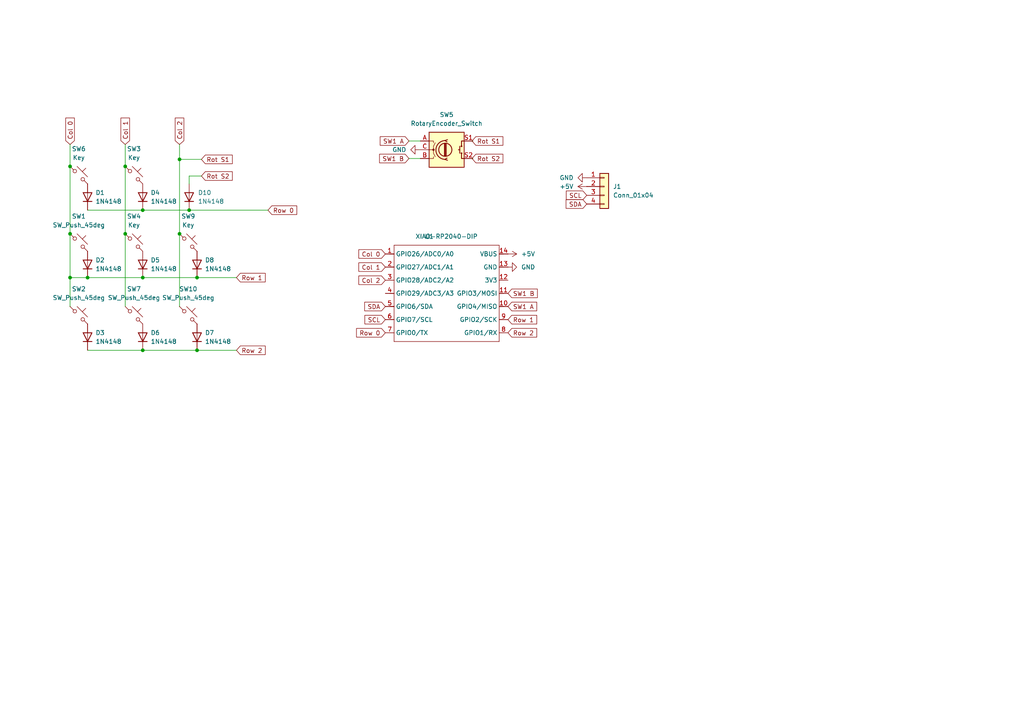
<source format=kicad_sch>
(kicad_sch (version 20250114) (generator "eeschema") (generator_version "9.0")
  (paper "A4")
  (lib_symbols
    (symbol "Connector_Generic:Conn_01x04" (pin_names (offset 1.016) (hide yes))
      (property "Reference" "J" (at 0 5.08 0))
      (property "Value" "Conn_01x04" (at 0 -7.62 0))
      (symbol "Conn_01x04_1_1"
        (rectangle (start -1.27 3.81) (end 1.27 -6.35) (stroke (width 0.254)) (fill (type background)))
        (rectangle (start -1.27 2.667) (end 0 2.413) (stroke (width 0.1524)))
        (rectangle (start -1.27 0.127) (end 0 -0.127) (stroke (width 0.1524)))
        (rectangle (start -1.27 -2.413) (end 0 -2.667) (stroke (width 0.1524)))
        (rectangle (start -1.27 -4.953) (end 0 -5.207) (stroke (width 0.1524)))
        (pin passive line (at -5.08 2.54 0) (length 3.81) (name "Pin_1") (number "1"))
        (pin passive line (at -5.08 0 0) (length 3.81) (name "Pin_2") (number "2"))
        (pin passive line (at -5.08 -2.54 0) (length 3.81) (name "Pin_3") (number "3"))
        (pin passive line (at -5.08 -5.08 0) (length 3.81) (name "Pin_4") (number "4"))
      )
    )
    (symbol "Device:RotaryEncoder_Switch" (pin_names (offset 0.254) (hide yes))
      (property "Reference" "SW" (at 0 6.604 0))
      (property "Value" "RotaryEncoder_Switch" (at 0 -6.604 0))
      (symbol "RotaryEncoder_Switch_0_1"
        (rectangle (start -5.08 5.08) (end 5.08 -5.08) (stroke (width 0.254)) (fill (type background)))
        (polyline (pts (xy -5.08 2.54) (xy -3.81 2.54) (xy -3.81 2.032)))
        (polyline (pts (xy -5.08 0) (xy -3.81 0) (xy -3.81 -1.016) (xy -3.302 -2.032)))
        (polyline (pts (xy -5.08 -2.54) (xy -3.81 -2.54) (xy -3.81 -2.032)))
        (polyline (pts (xy -4.318 0) (xy -3.81 0) (xy -3.81 1.016) (xy -3.302 2.032)))
        (circle (center -3.81 0) (radius 0.254) (fill (type outline)))
        (polyline (pts (xy -0.635 -1.778) (xy -0.635 1.778)) (stroke (width 0.254)))
        (circle (center -0.381 0) (radius 1.905) (stroke (width 0.254)))
        (polyline (pts (xy -0.381 -1.778) (xy -0.381 1.778)) (stroke (width 0.254)))
        (arc (start -0.381 -2.794) (mid -3.0988 -0.0635) (end -0.381 2.667) (stroke (width 0.254)))
        (polyline (pts (xy -0.127 1.778) (xy -0.127 -1.778)) (stroke (width 0.254)))
        (polyline (pts (xy 0.254 2.921) (xy -0.508 2.667) (xy 0.127 2.286)) (stroke (width 0.254)))
        (polyline (pts (xy 0.254 -3.048) (xy -0.508 -2.794) (xy 0.127 -2.413)) (stroke (width 0.254)))
        (polyline (pts (xy 3.81 1.016) (xy 3.81 -1.016)) (stroke (width 0.254)))
        (polyline (pts (xy 3.81 0) (xy 3.429 0)) (stroke (width 0.254)))
        (circle (center 4.318 1.016) (radius 0.127) (stroke (width 0.254)))
        (circle (center 4.318 -1.016) (radius 0.127) (stroke (width 0.254)))
        (polyline (pts (xy 5.08 2.54) (xy 4.318 2.54) (xy 4.318 1.016)) (stroke (width 0.254)))
        (polyline (pts (xy 5.08 -2.54) (xy 4.318 -2.54) (xy 4.318 -1.016)) (stroke (width 0.254)))
      )
      (symbol "RotaryEncoder_Switch_1_1"
        (pin passive line (at -7.62 2.54 0) (length 2.54) (name "A") (number "A"))
        (pin passive line (at -7.62 0 0) (length 2.54) (name "C") (number "C"))
        (pin passive line (at -7.62 -2.54 0) (length 2.54) (name "B") (number "B"))
        (pin passive line (at 7.62 2.54 180) (length 2.54) (name "S1") (number "S1"))
        (pin passive line (at 7.62 -2.54 180) (length 2.54) (name "S2") (number "S2"))
      )
    )
    (symbol "Diode:1N4148" (pin_numbers (hide yes)) (pin_names (hide yes))
      (property "Reference" "D" (at 0 2.54 0))
      (property "Value" "1N4148" (at 0 -2.54 0))
      (symbol "1N4148_0_1"
        (polyline (pts (xy -1.27 1.27) (xy -1.27 -1.27)) (stroke (width 0.254)))
        (polyline (pts (xy 1.27 1.27) (xy 1.27 -1.27) (xy -1.27 0) (xy 1.27 1.27)) (stroke (width 0.254)))
        (polyline (pts (xy 1.27 0) (xy -1.27 0)))
      )
      (symbol "1N4148_1_1"
        (pin passive line (at -3.81 0 0) (length 2.54) (name "K") (number "1"))
        (pin passive line (at 3.81 0 180) (length 2.54) (name "A") (number "2"))
      )
    )
    (symbol "OPL:XIAO-RP2040-DIP"
      (property "Reference" "U" (at 0 0 0))
      (property "Value" "XIAO-RP2040-DIP" (at 5.334 -1.778 0))
      (symbol "XIAO-RP2040-DIP_1_0"
        (polyline (pts (xy -1.27 -2.54) (xy 29.21 -2.54)) (stroke (width 0.1524)))
        (polyline (pts (xy -1.27 -5.08) (xy -2.54 -5.08)) (stroke (width 0.1524)))
        (polyline (pts (xy -1.27 -5.08) (xy -1.27 -2.54)) (stroke (width 0.1524)))
        (polyline (pts (xy -1.27 -8.89) (xy -2.54 -8.89)) (stroke (width 0.1524)))
        (polyline (pts (xy -1.27 -8.89) (xy -1.27 -5.08)) (stroke (width 0.1524)))
        (polyline (pts (xy -1.27 -12.7) (xy -2.54 -12.7)) (stroke (width 0.1524)))
        (polyline (pts (xy -1.27 -12.7) (xy -1.27 -8.89)) (stroke (width 0.1524)))
        (polyline (pts (xy -1.27 -16.51) (xy -2.54 -16.51)) (stroke (width 0.1524)))
        (polyline (pts (xy -1.27 -16.51) (xy -1.27 -12.7)) (stroke (width 0.1524)))
        (polyline (pts (xy -1.27 -20.32) (xy -2.54 -20.32)) (stroke (width 0.1524)))
        (polyline (pts (xy -1.27 -24.13) (xy -2.54 -24.13)) (stroke (width 0.1524)))
        (polyline (pts (xy -1.27 -27.94) (xy -2.54 -27.94)) (stroke (width 0.1524)))
        (polyline (pts (xy -1.27 -30.48) (xy -1.27 -16.51)) (stroke (width 0.1524)))
        (polyline (pts (xy 29.21 -2.54) (xy 29.21 -5.08)) (stroke (width 0.1524)))
        (polyline (pts (xy 29.21 -5.08) (xy 29.21 -8.89)) (stroke (width 0.1524)))
        (polyline (pts (xy 29.21 -8.89) (xy 29.21 -12.7)) (stroke (width 0.1524)))
        (polyline (pts (xy 29.21 -12.7) (xy 29.21 -30.48)) (stroke (width 0.1524)))
        (polyline (pts (xy 29.21 -30.48) (xy -1.27 -30.48)) (stroke (width 0.1524)))
        (polyline (pts (xy 30.48 -5.08) (xy 29.21 -5.08)) (stroke (width 0.1524)))
        (polyline (pts (xy 30.48 -8.89) (xy 29.21 -8.89)) (stroke (width 0.1524)))
        (polyline (pts (xy 30.48 -12.7) (xy 29.21 -12.7)) (stroke (width 0.1524)))
        (polyline (pts (xy 30.48 -16.51) (xy 29.21 -16.51)) (stroke (width 0.1524)))
        (polyline (pts (xy 30.48 -20.32) (xy 29.21 -20.32)) (stroke (width 0.1524)))
        (polyline (pts (xy 30.48 -24.13) (xy 29.21 -24.13)) (stroke (width 0.1524)))
        (polyline (pts (xy 30.48 -27.94) (xy 29.21 -27.94)) (stroke (width 0.1524)))
        (pin passive line (at -3.81 -5.08 0) (length 2.54) (name "GPIO26/ADC0/A0") (number "1"))
        (pin passive line (at -3.81 -8.89 0) (length 2.54) (name "GPIO27/ADC1/A1") (number "2"))
        (pin passive line (at -3.81 -12.7 0) (length 2.54) (name "GPIO28/ADC2/A2") (number "3"))
        (pin passive line (at -3.81 -16.51 0) (length 2.54) (name "GPIO29/ADC3/A3") (number "4"))
        (pin passive line (at -3.81 -20.32 0) (length 2.54) (name "GPIO6/SDA") (number "5"))
        (pin passive line (at -3.81 -24.13 0) (length 2.54) (name "GPIO7/SCL") (number "6"))
        (pin passive line (at -3.81 -27.94 0) (length 2.54) (name "GPIO0/TX") (number "7"))
        (pin passive line (at 31.75 -5.08 180) (length 2.54) (name "VBUS") (number "14"))
        (pin passive line (at 31.75 -8.89 180) (length 2.54) (name "GND") (number "13"))
        (pin passive line (at 31.75 -12.7 180) (length 2.54) (name "3V3") (number "12"))
        (pin passive line (at 31.75 -16.51 180) (length 2.54) (name "GPIO3/MOSI") (number "11"))
        (pin passive line (at 31.75 -20.32 180) (length 2.54) (name "GPIO4/MISO") (number "10"))
        (pin passive line (at 31.75 -24.13 180) (length 2.54) (name "GPIO2/SCK") (number "9"))
        (pin passive line (at 31.75 -27.94 180) (length 2.54) (name "GPIO1/RX") (number "8"))
      )
    )
    (symbol "Switch:SW_Push_45deg" (pin_numbers (hide yes)) (pin_names (offset 1.016) (hide yes))
      (property "Reference" "SW" (at 3.048 1.016 0))
      (property "Value" "SW_Push_45deg" (at 0 -3.81 0))
      (symbol "SW_Push_45deg_0_1"
        (polyline (pts (xy -2.54 2.54) (xy -1.524 1.524) (xy -1.524 1.524)))
        (circle (center -1.1684 1.1684) (radius 0.508))
        (polyline (pts (xy -0.508 2.54) (xy 2.54 -0.508)))
        (polyline (pts (xy 1.016 1.016) (xy 2.032 2.032)))
        (circle (center 1.143 -1.1938) (radius 0.508))
        (polyline (pts (xy 1.524 -1.524) (xy 2.54 -2.54) (xy 2.54 -2.54) (xy 2.54 -2.54)))
        (pin passive line (at -2.54 2.54 0) (length 0) (name "1") (number "1"))
        (pin passive line (at 2.54 -2.54 180) (length 0) (name "2") (number "2"))
      )
    )
    (symbol "power:+5V" (power) (pin_numbers (hide yes)) (pin_names (offset 0) (hide yes))
      (property "Value" "+5V" (at 0 3.556 0))
      (symbol "+5V_0_1"
        (polyline (pts (xy -0.762 1.27) (xy 0 2.54)))
        (polyline (pts (xy 0 2.54) (xy 0.762 1.27)))
        (polyline (pts (xy 0 0) (xy 0 2.54)))
      )
      (symbol "+5V_1_1"
        (pin power_in line (at 0 0 90) (length 0) (name "~") (number "1"))
      )
    )
    (symbol "power:GND" (power) (pin_numbers (hide yes)) (pin_names (offset 0) (hide yes))
      (property "Value" "GND" (at 0 -3.81 0))
      (symbol "GND_0_1"
        (polyline (pts (xy 0 0) (xy 0 -1.27) (xy 1.27 -1.27) (xy 0 -2.54) (xy -1.27 -1.27) (xy 0 -1.27)))
      )
      (symbol "GND_1_1"
        (pin power_in line (at 0 0 270) (length 0) (name "~") (number "1"))
      )
    )
  )
  (junction (at 36.322 67.818))
  (junction (at 57.15 80.518))
  (junction (at 25.4 80.518))
  (junction (at 57.15 101.6))
  (junction (at 36.322 48.26))
  (junction (at 41.402 60.96))
  (junction (at 20.32 48.26))
  (junction (at 20.32 67.818))
  (junction (at 54.864 60.96))
  (junction (at 41.402 101.6))
  (junction (at 20.32 80.518))
  (junction (at 52.07 46.228))
  (junction (at 41.402 80.518))
  (junction (at 52.07 67.818))
  (wire (pts (xy 20.32 80.518) (xy 25.4 80.518)))
  (wire (pts (xy 25.4 60.96) (xy 41.402 60.96)))
  (wire (pts (xy 41.402 80.518) (xy 57.15 80.518)))
  (wire (pts (xy 52.07 46.228) (xy 58.42 46.228)))
  (wire (pts (xy 121.92 43.434) (xy 121.666 43.434)))
  (wire (pts (xy 52.07 67.818) (xy 52.07 88.9)))
  (wire (pts (xy 25.4 101.6) (xy 41.402 101.6)))
  (wire (pts (xy 54.864 60.96) (xy 77.724 60.96)))
  (wire (pts (xy 25.4 80.518) (xy 41.402 80.518)))
  (wire (pts (xy 20.32 80.518) (xy 20.32 88.9)))
  (wire (pts (xy 20.32 67.818) (xy 20.32 80.518)))
  (wire (pts (xy 118.618 40.894) (xy 121.92 40.894)))
  (wire (pts (xy 41.402 101.6) (xy 57.15 101.6)))
  (wire (pts (xy 57.15 101.6) (xy 68.58 101.6)))
  (wire (pts (xy 137.16 40.894) (xy 136.906 40.894)))
  (wire (pts (xy 52.07 46.228) (xy 52.07 67.818)))
  (wire (pts (xy 20.32 41.91) (xy 20.32 48.26)))
  (wire (pts (xy 36.322 48.26) (xy 36.322 67.818)))
  (wire (pts (xy 36.322 67.818) (xy 36.322 88.9)))
  (wire (pts (xy 36.322 41.91) (xy 36.322 48.26)))
  (wire (pts (xy 58.42 51.054) (xy 54.864 51.054)))
  (wire (pts (xy 41.402 60.96) (xy 54.864 60.96)))
  (wire (pts (xy 20.32 48.26) (xy 20.32 67.818)))
  (wire (pts (xy 54.864 51.054) (xy 54.864 53.34)))
  (wire (pts (xy 52.07 41.91) (xy 52.07 46.228)))
  (wire (pts (xy 118.618 45.974) (xy 121.92 45.974)))
  (wire (pts (xy 57.15 80.518) (xy 68.58 80.518)))
  (wire (pts (xy 137.16 45.974) (xy 136.906 45.974)))
  (global_label "Row 2" (shape input) (at 68.58 101.6 0) (property "Intersheetrefs" "${INTERSHEET_REFS}" (effects (hide yes))))
  (global_label "Col 0" (shape input) (at 20.32 41.91 90) (property "Intersheetrefs" "${INTERSHEET_REFS}" (effects (hide yes))))
  (global_label "SW1 B" (shape input) (at 147.32 85.09 0) (property "Intersheetrefs" "${INTERSHEET_REFS}" (effects (hide yes))))
  (global_label "Rot S1" (shape input) (at 136.906 40.894 0) (property "Intersheetrefs" "${INTERSHEET_REFS}" (effects (hide yes))))
  (global_label "Rot S1" (shape input) (at 58.42 46.228 0) (property "Intersheetrefs" "${INTERSHEET_REFS}" (effects (hide yes))))
  (global_label "SCL" (shape input) (at 170.18 56.642 180) (property "Intersheetrefs" "${INTERSHEET_REFS}" (effects (hide yes))))
  (global_label "Col 1" (shape input) (at 36.322 41.91 90) (property "Intersheetrefs" "${INTERSHEET_REFS}" (effects (hide yes))))
  (global_label "Row 1" (shape input) (at 68.58 80.518 0) (property "Intersheetrefs" "${INTERSHEET_REFS}" (effects (hide yes))))
  (global_label "Row 0" (shape input) (at 77.724 60.96 0) (property "Intersheetrefs" "${INTERSHEET_REFS}" (effects (hide yes))))
  (global_label "Col 0" (shape input) (at 111.76 73.66 180) (property "Intersheetrefs" "${INTERSHEET_REFS}" (effects (hide yes))))
  (global_label "Row 2" (shape input) (at 147.32 96.52 0) (property "Intersheetrefs" "${INTERSHEET_REFS}" (effects (hide yes))))
  (global_label "Row 0" (shape input) (at 111.76 96.52 180) (property "Intersheetrefs" "${INTERSHEET_REFS}" (effects (hide yes))))
  (global_label "SCL" (shape input) (at 111.76 92.71 180) (property "Intersheetrefs" "${INTERSHEET_REFS}" (effects (hide yes))))
  (global_label "SW1 A" (shape input) (at 147.32 88.9 0) (property "Intersheetrefs" "${INTERSHEET_REFS}" (effects (hide yes))))
  (global_label "Rot S2" (shape input) (at 136.906 45.974 0) (property "Intersheetrefs" "${INTERSHEET_REFS}" (effects (hide yes))))
  (global_label "Col 1" (shape input) (at 111.76 77.47 180) (property "Intersheetrefs" "${INTERSHEET_REFS}" (effects (hide yes))))
  (global_label "Rot S2" (shape input) (at 58.42 51.054 0) (property "Intersheetrefs" "${INTERSHEET_REFS}" (effects (hide yes))))
  (global_label "Col 2" (shape input) (at 52.07 41.91 90) (property "Intersheetrefs" "${INTERSHEET_REFS}" (effects (hide yes))))
  (global_label "SW1 A" (shape input) (at 118.618 40.894 180) (property "Intersheetrefs" "${INTERSHEET_REFS}" (effects (hide yes))))
  (global_label "SW1 B" (shape input) (at 118.618 45.974 180) (property "Intersheetrefs" "${INTERSHEET_REFS}" (effects (hide yes))))
  (global_label "Col 2" (shape input) (at 111.76 81.28 180) (property "Intersheetrefs" "${INTERSHEET_REFS}" (effects (hide yes))))
  (global_label "SDA" (shape input) (at 111.76 88.9 180) (property "Intersheetrefs" "${INTERSHEET_REFS}" (effects (hide yes))))
  (global_label "Row 1" (shape input) (at 147.32 92.71 0) (property "Intersheetrefs" "${INTERSHEET_REFS}" (effects (hide yes))))
  (global_label "SDA" (shape input) (at 170.18 59.182 180) (property "Intersheetrefs" "${INTERSHEET_REFS}" (effects (hide yes))))
  (symbol (lib_id "Switch:SW_Push_45deg") (at 54.61 70.358 0) (unit 1)
    (property "Reference" "SW9" (at 54.61 62.738 0))
    (property "Value" "Key" (at 54.61 65.278 0))
    (property "Footprint" "OPL:MX_KeySwitch 3D" (effects (hide yes)))
    (property "Description" "Push button switch, normally open, two pins, 45° tilted" (effects (hide yes)))
  )
  (symbol (lib_id "power:+5V") (at 147.32 73.66 270) (unit 1)
    (property "Reference" "#PWR05" (effects (hide yes)))
    (property "Value" "+5V" (at 151.13 73.6599 90) (effects (justify left)))
    (property "Description" "Power symbol creates a global label with name \"+5V\"" (effects (hide yes)))
  )
  (symbol (lib_id "Diode:1N4148") (at 41.402 76.708 90) (unit 1)
    (property "Reference" "D5" (at 43.688 75.4379 90) (effects (justify right)))
    (property "Value" "1N4148" (at 43.688 77.9779 90) (effects (justify right)))
    (property "Footprint" "Diode_THT:D_DO-35_SOD27_P7.62mm_Horizontal" (effects (hide yes)))
    (property "Datasheet" "https://assets.nexperia.com/documents/data-sheet/1N4148_1N4448.pdf" (effects (hide yes)))
    (property "Description" "100V 0.15A standard switching diode, DO-35" (effects (hide yes)))
    (property "Sim.Device" "D" (effects (hide yes)))
    (property "Sim.Pins" "1=K 2=A" (effects (hide yes)))
  )
  (symbol (lib_id "power:GND") (at 170.18 51.562 270) (unit 1)
    (property "Reference" "#PWR02" (effects (hide yes)))
    (property "Value" "GND" (at 166.37 51.5619 90) (effects (justify right)))
    (property "Description" "Power symbol creates a global label with name \"GND\" , ground" (effects (hide yes)))
  )
  (symbol (lib_id "OPL:XIAO-RP2040-DIP") (at 115.57 68.58 0) (unit 1)
    (property "Reference" "U1" (at 124.46 68.58 0))
    (property "Value" "XIAO-RP2040-DIP" (at 129.54 68.58 0))
    (property "Footprint" "OPL:XIAO-RP2040-DIP" (effects (hide yes)))
  )
  (symbol (lib_id "Diode:1N4148") (at 25.4 76.708 90) (unit 1)
    (property "Reference" "D2" (at 27.686 75.4379 90) (effects (justify right)))
    (property "Value" "1N4148" (at 27.686 77.9779 90) (effects (justify right)))
    (property "Footprint" "Diode_THT:D_DO-35_SOD27_P7.62mm_Horizontal" (effects (hide yes)))
    (property "Datasheet" "https://assets.nexperia.com/documents/data-sheet/1N4148_1N4448.pdf" (effects (hide yes)))
    (property "Description" "100V 0.15A standard switching diode, DO-35" (effects (hide yes)))
    (property "Sim.Device" "D" (effects (hide yes)))
    (property "Sim.Pins" "1=K 2=A" (effects (hide yes)))
  )
  (symbol (lib_id "power:GND") (at 121.666 43.434 270) (unit 1)
    (property "Reference" "#PWR01" (effects (hide yes)))
    (property "Value" "GND" (at 117.856 43.4339 90) (effects (justify right)))
    (property "Description" "Power symbol creates a global label with name \"GND\" , ground" (effects (hide yes)))
  )
  (symbol (lib_id "Diode:1N4148") (at 57.15 97.79 90) (unit 1)
    (property "Reference" "D7" (at 59.436 96.5199 90) (effects (justify right)))
    (property "Value" "1N4148" (at 59.436 99.0599 90) (effects (justify right)))
    (property "Footprint" "Diode_THT:D_DO-35_SOD27_P7.62mm_Horizontal" (effects (hide yes)))
    (property "Datasheet" "https://assets.nexperia.com/documents/data-sheet/1N4148_1N4448.pdf" (effects (hide yes)))
    (property "Description" "100V 0.15A standard switching diode, DO-35" (effects (hide yes)))
    (property "Sim.Device" "D" (effects (hide yes)))
    (property "Sim.Pins" "1=K 2=A" (effects (hide yes)))
  )
  (symbol (lib_id "Connector_Generic:Conn_01x04") (at 175.26 54.102 0) (unit 1)
    (property "Reference" "J1" (at 177.8 54.1019 0) (effects (justify left)))
    (property "Value" "Conn_01x04" (at 177.8 56.6419 0) (effects (justify left)))
    (property "Footprint" "Oled_screen:SSD1306-0.91-OLED-4pin-128x32" (effects (hide yes)))
    (property "Description" "Generic connector, single row, 01x04, script generated (kicad-library-utils/schlib/autogen/connector/)" (effects (hide yes)))
  )
  (symbol (lib_id "Diode:1N4148") (at 57.15 76.708 90) (unit 1)
    (property "Reference" "D8" (at 59.436 75.4379 90) (effects (justify right)))
    (property "Value" "1N4148" (at 59.436 77.9779 90) (effects (justify right)))
    (property "Footprint" "Diode_THT:D_DO-35_SOD27_P7.62mm_Horizontal" (effects (hide yes)))
    (property "Datasheet" "https://assets.nexperia.com/documents/data-sheet/1N4148_1N4448.pdf" (effects (hide yes)))
    (property "Description" "100V 0.15A standard switching diode, DO-35" (effects (hide yes)))
    (property "Sim.Device" "D" (effects (hide yes)))
    (property "Sim.Pins" "1=K 2=A" (effects (hide yes)))
  )
  (symbol (lib_id "Switch:SW_Push_45deg") (at 54.61 91.44 0) (unit 1)
    (property "Reference" "SW10" (at 54.61 83.82 0))
    (property "Value" "SW_Push_45deg" (at 54.61 86.36 0))
    (property "Footprint" "OPL:MX_KeySwitch 3D" (effects (hide yes)))
    (property "Description" "Push button switch, normally open, two pins, 45° tilted" (effects (hide yes)))
  )
  (symbol (lib_id "Diode:1N4148") (at 25.4 57.15 90) (unit 1)
    (property "Reference" "D1" (at 27.686 55.8799 90) (effects (justify right)))
    (property "Value" "1N4148" (at 27.686 58.4199 90) (effects (justify right)))
    (property "Footprint" "Diode_THT:D_DO-35_SOD27_P7.62mm_Horizontal" (effects (hide yes)))
    (property "Datasheet" "https://assets.nexperia.com/documents/data-sheet/1N4148_1N4448.pdf" (effects (hide yes)))
    (property "Description" "100V 0.15A standard switching diode, DO-35" (effects (hide yes)))
    (property "Sim.Device" "D" (effects (hide yes)))
    (property "Sim.Pins" "1=K 2=A" (effects (hide yes)))
  )
  (symbol (lib_id "Switch:SW_Push_45deg") (at 38.862 50.8 0) (unit 1)
    (property "Reference" "SW3" (at 38.862 43.18 0))
    (property "Value" "Key" (at 38.862 45.72 0))
    (property "Footprint" "OPL:MX_KeySwitch 3D" (effects (hide yes)))
    (property "Description" "Push button switch, normally open, two pins, 45° tilted" (effects (hide yes)))
  )
  (symbol (lib_id "Diode:1N4148") (at 41.402 97.79 90) (unit 1)
    (property "Reference" "D6" (at 43.688 96.5199 90) (effects (justify right)))
    (property "Value" "1N4148" (at 43.688 99.0599 90) (effects (justify right)))
    (property "Footprint" "Diode_THT:D_DO-35_SOD27_P7.62mm_Horizontal" (effects (hide yes)))
    (property "Datasheet" "https://assets.nexperia.com/documents/data-sheet/1N4148_1N4448.pdf" (effects (hide yes)))
    (property "Description" "100V 0.15A standard switching diode, DO-35" (effects (hide yes)))
    (property "Sim.Device" "D" (effects (hide yes)))
    (property "Sim.Pins" "1=K 2=A" (effects (hide yes)))
  )
  (symbol (lib_id "Switch:SW_Push_45deg") (at 38.862 70.358 0) (unit 1)
    (property "Reference" "SW4" (at 38.862 62.738 0))
    (property "Value" "Key" (at 38.862 65.278 0))
    (property "Footprint" "OPL:MX_KeySwitch 3D" (effects (hide yes)))
    (property "Description" "Push button switch, normally open, two pins, 45° tilted" (effects (hide yes)))
  )
  (symbol (lib_id "Switch:SW_Push_45deg") (at 22.86 91.44 0) (unit 1)
    (property "Reference" "SW2" (at 22.86 83.82 0))
    (property "Value" "SW_Push_45deg" (at 22.86 86.36 0))
    (property "Footprint" "OPL:MX_KeySwitch 3D" (effects (hide yes)))
    (property "Description" "Push button switch, normally open, two pins, 45° tilted" (effects (hide yes)))
  )
  (symbol (lib_id "power:GND") (at 147.32 77.47 90) (unit 1)
    (property "Reference" "#PWR04" (effects (hide yes)))
    (property "Value" "GND" (at 151.13 77.4699 90) (effects (justify right)))
    (property "Description" "Power symbol creates a global label with name \"GND\" , ground" (effects (hide yes)))
  )
  (symbol (lib_id "power:+5V") (at 170.18 54.102 90) (unit 1)
    (property "Reference" "#PWR03" (effects (hide yes)))
    (property "Value" "+5V" (at 166.37 54.1019 90) (effects (justify left)))
    (property "Description" "Power symbol creates a global label with name \"+5V\"" (effects (hide yes)))
  )
  (symbol (lib_id "Switch:SW_Push_45deg") (at 22.86 50.8 0) (unit 1)
    (property "Reference" "SW6" (at 22.86 43.18 0))
    (property "Value" "Key" (at 22.86 45.72 0))
    (property "Footprint" "OPL:MX_KeySwitch 3D" (effects (hide yes)))
    (property "Description" "Push button switch, normally open, two pins, 45° tilted" (effects (hide yes)))
  )
  (symbol (lib_id "Switch:SW_Push_45deg") (at 38.862 91.44 0) (unit 1)
    (property "Reference" "SW7" (at 38.862 83.82 0))
    (property "Value" "SW_Push_45deg" (at 38.862 86.36 0))
    (property "Footprint" "OPL:MX_KeySwitch 3D" (effects (hide yes)))
    (property "Description" "Push button switch, normally open, two pins, 45° tilted" (effects (hide yes)))
  )
  (symbol (lib_id "Device:RotaryEncoder_Switch") (at 129.54 43.434 0) (unit 1)
    (property "Reference" "SW5" (at 129.54 33.274 0))
    (property "Value" "RotaryEncoder_Switch" (at 129.54 35.814 0))
    (property "Footprint" "Rot_encoder:RotaryEncoder_Alps_EC11E-Switch_Vertical_H20mm" (effects (hide yes)))
    (property "Description" "Rotary encoder, dual channel, incremental quadrate outputs, with switch" (effects (hide yes)))
  )
  (symbol (lib_id "Switch:SW_Push_45deg") (at 22.86 70.358 0) (unit 1)
    (property "Reference" "SW1" (at 22.86 62.738 0))
    (property "Value" "SW_Push_45deg" (at 22.86 65.278 0))
    (property "Footprint" "OPL:MX_KeySwitch 3D" (effects (hide yes)))
    (property "Description" "Push button switch, normally open, two pins, 45° tilted" (effects (hide yes)))
  )
  (symbol (lib_id "Diode:1N4148") (at 25.4 97.79 90) (unit 1)
    (property "Reference" "D3" (at 27.686 96.5199 90) (effects (justify right)))
    (property "Value" "1N4148" (at 27.686 99.0599 90) (effects (justify right)))
    (property "Footprint" "Diode_THT:D_DO-35_SOD27_P7.62mm_Horizontal" (effects (hide yes)))
    (property "Datasheet" "https://assets.nexperia.com/documents/data-sheet/1N4148_1N4448.pdf" (effects (hide yes)))
    (property "Description" "100V 0.15A standard switching diode, DO-35" (effects (hide yes)))
    (property "Sim.Device" "D" (effects (hide yes)))
    (property "Sim.Pins" "1=K 2=A" (effects (hide yes)))
  )
  (symbol (lib_id "Diode:1N4148") (at 41.402 57.15 90) (unit 1)
    (property "Reference" "D4" (at 43.688 55.8799 90) (effects (justify right)))
    (property "Value" "1N4148" (at 43.688 58.4199 90) (effects (justify right)))
    (property "Footprint" "Diode_THT:D_DO-35_SOD27_P7.62mm_Horizontal" (effects (hide yes)))
    (property "Datasheet" "https://assets.nexperia.com/documents/data-sheet/1N4148_1N4448.pdf" (effects (hide yes)))
    (property "Description" "100V 0.15A standard switching diode, DO-35" (effects (hide yes)))
    (property "Sim.Device" "D" (effects (hide yes)))
    (property "Sim.Pins" "1=K 2=A" (effects (hide yes)))
  )
  (symbol (lib_id "Diode:1N4148") (at 54.864 57.15 90) (unit 1)
    (property "Reference" "D10" (at 57.404 55.8799 90) (effects (justify right)))
    (property "Value" "1N4148" (at 57.404 58.4199 90) (effects (justify right)))
    (property "Footprint" "Diode_THT:D_DO-35_SOD27_P7.62mm_Horizontal" (effects (hide yes)))
    (property "Datasheet" "https://assets.nexperia.com/documents/data-sheet/1N4148_1N4448.pdf" (effects (hide yes)))
    (property "Description" "100V 0.15A standard switching diode, DO-35" (effects (hide yes)))
    (property "Sim.Device" "D" (effects (hide yes)))
    (property "Sim.Pins" "1=K 2=A" (effects (hide yes)))
  )
)
</source>
